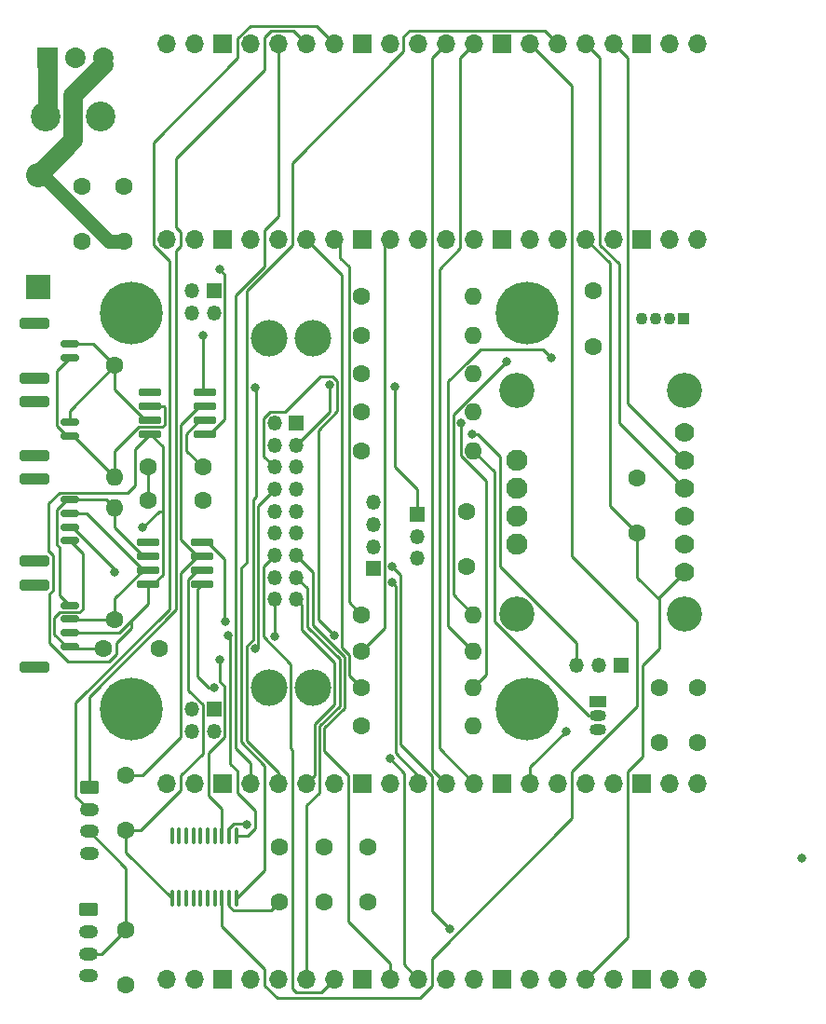
<source format=gbr>
%TF.GenerationSoftware,KiCad,Pcbnew,7.0.7*%
%TF.CreationDate,2024-02-01T11:26:10-05:00*%
%TF.ProjectId,ROSE-PILK_v1,524f5345-2d50-4494-9c4b-5f76312e6b69,rev?*%
%TF.SameCoordinates,Original*%
%TF.FileFunction,Copper,L1,Top*%
%TF.FilePolarity,Positive*%
%FSLAX46Y46*%
G04 Gerber Fmt 4.6, Leading zero omitted, Abs format (unit mm)*
G04 Created by KiCad (PCBNEW 7.0.7) date 2024-02-01 11:26:11*
%MOMM*%
%LPD*%
G01*
G04 APERTURE LIST*
G04 Aperture macros list*
%AMRoundRect*
0 Rectangle with rounded corners*
0 $1 Rounding radius*
0 $2 $3 $4 $5 $6 $7 $8 $9 X,Y pos of 4 corners*
0 Add a 4 corners polygon primitive as box body*
4,1,4,$2,$3,$4,$5,$6,$7,$8,$9,$2,$3,0*
0 Add four circle primitives for the rounded corners*
1,1,$1+$1,$2,$3*
1,1,$1+$1,$4,$5*
1,1,$1+$1,$6,$7*
1,1,$1+$1,$8,$9*
0 Add four rect primitives between the rounded corners*
20,1,$1+$1,$2,$3,$4,$5,0*
20,1,$1+$1,$4,$5,$6,$7,0*
20,1,$1+$1,$6,$7,$8,$9,0*
20,1,$1+$1,$8,$9,$2,$3,0*%
G04 Aperture macros list end*
%TA.AperFunction,ComponentPad*%
%ADD10RoundRect,0.250000X-0.625000X0.350000X-0.625000X-0.350000X0.625000X-0.350000X0.625000X0.350000X0*%
%TD*%
%TA.AperFunction,ComponentPad*%
%ADD11O,1.750000X1.200000*%
%TD*%
%TA.AperFunction,ComponentPad*%
%ADD12R,1.350000X1.350000*%
%TD*%
%TA.AperFunction,ComponentPad*%
%ADD13O,1.350000X1.350000*%
%TD*%
%TA.AperFunction,ComponentPad*%
%ADD14C,1.600000*%
%TD*%
%TA.AperFunction,ComponentPad*%
%ADD15C,1.778000*%
%TD*%
%TA.AperFunction,ComponentPad*%
%ADD16C,1.930400*%
%TD*%
%TA.AperFunction,ComponentPad*%
%ADD17C,3.200000*%
%TD*%
%TA.AperFunction,ComponentPad*%
%ADD18R,1.860000X1.860000*%
%TD*%
%TA.AperFunction,ComponentPad*%
%ADD19C,1.860000*%
%TD*%
%TA.AperFunction,ComponentPad*%
%ADD20R,2.200000X2.200000*%
%TD*%
%TA.AperFunction,ComponentPad*%
%ADD21O,2.200000X2.200000*%
%TD*%
%TA.AperFunction,ComponentPad*%
%ADD22C,2.700000*%
%TD*%
%TA.AperFunction,ComponentPad*%
%ADD23C,3.320000*%
%TD*%
%TA.AperFunction,SMDPad,CuDef*%
%ADD24RoundRect,0.042000X0.943000X0.258000X-0.943000X0.258000X-0.943000X-0.258000X0.943000X-0.258000X0*%
%TD*%
%TA.AperFunction,ComponentPad*%
%ADD25C,5.700000*%
%TD*%
%TA.AperFunction,ComponentPad*%
%ADD26O,1.600000X1.600000*%
%TD*%
%TA.AperFunction,ComponentPad*%
%ADD27O,1.700000X1.700000*%
%TD*%
%TA.AperFunction,ComponentPad*%
%ADD28R,1.700000X1.700000*%
%TD*%
%TA.AperFunction,ComponentPad*%
%ADD29R,1.100000X1.100000*%
%TD*%
%TA.AperFunction,ComponentPad*%
%ADD30C,1.100000*%
%TD*%
%TA.AperFunction,SMDPad,CuDef*%
%ADD31RoundRect,0.100000X-0.100000X0.637500X-0.100000X-0.637500X0.100000X-0.637500X0.100000X0.637500X0*%
%TD*%
%TA.AperFunction,SMDPad,CuDef*%
%ADD32RoundRect,0.150000X-0.700000X0.150000X-0.700000X-0.150000X0.700000X-0.150000X0.700000X0.150000X0*%
%TD*%
%TA.AperFunction,SMDPad,CuDef*%
%ADD33RoundRect,0.250000X-1.100000X0.250000X-1.100000X-0.250000X1.100000X-0.250000X1.100000X0.250000X0*%
%TD*%
%TA.AperFunction,ComponentPad*%
%ADD34R,1.500000X1.050000*%
%TD*%
%TA.AperFunction,ComponentPad*%
%ADD35O,1.500000X1.050000*%
%TD*%
%TA.AperFunction,ViaPad*%
%ADD36C,0.800000*%
%TD*%
%TA.AperFunction,Conductor*%
%ADD37C,0.250000*%
%TD*%
%TA.AperFunction,Conductor*%
%ADD38C,1.750000*%
%TD*%
%TA.AperFunction,Conductor*%
%ADD39C,1.250000*%
%TD*%
%TA.AperFunction,Conductor*%
%ADD40C,1.500000*%
%TD*%
G04 APERTURE END LIST*
D10*
%TO.P,J7,1,Pin_1*%
%TO.N,/QUADB1*%
X155100000Y-136200000D03*
D11*
%TO.P,J7,2,Pin_2*%
%TO.N,/QUADA1*%
X155100000Y-138200000D03*
%TO.P,J7,3,Pin_3*%
%TO.N,/3V3*%
X155100000Y-140200000D03*
%TO.P,J7,4,Pin_4*%
%TO.N,/GND*%
X155100000Y-142200000D03*
%TD*%
D12*
%TO.P,J13,1,Pin_1*%
%TO.N,/5V*%
X166500000Y-118000000D03*
D13*
%TO.P,J13,2,Pin_2*%
X164500000Y-118000000D03*
%TO.P,J13,3,Pin_3*%
X166500000Y-120000000D03*
%TO.P,J13,4,Pin_4*%
X164500000Y-120000000D03*
%TD*%
D14*
%TO.P,CAN2,1*%
%TO.N,/3V3*%
X160500000Y-99000000D03*
%TO.P,CAN2,2*%
%TO.N,/GND*%
X165500000Y-99000000D03*
%TD*%
%TO.P,JETSON1V8,1*%
%TO.N,/GND*%
X176500000Y-135500000D03*
%TO.P,JETSON1V8,2*%
%TO.N,Net-(J1-Pin_4)*%
X176500000Y-130500000D03*
%TD*%
D15*
%TO.P,IMU,1*%
%TO.N,/3V3*%
X209307500Y-105537500D03*
D16*
%TO.N,/INT*%
X194067501Y-102997500D03*
D15*
%TO.P,IMU,2*%
%TO.N,N/C*%
X209307501Y-102997500D03*
D16*
%TO.N,/ADR*%
X194067501Y-100457500D03*
D15*
%TO.P,IMU,3*%
%TO.N,/GND*%
X209307501Y-100457500D03*
D16*
%TO.N,/PS0*%
X194067501Y-97917500D03*
D15*
%TO.P,IMU,4*%
%TO.N,/IMU_SCL*%
X209307501Y-97917500D03*
D16*
%TO.N,/PS1*%
X194067501Y-95377500D03*
D15*
%TO.P,IMU,5*%
%TO.N,/IMU_SDA*%
X209307501Y-95377500D03*
%TO.P,IMU,6*%
%TO.N,/IMU_RST*%
X209307501Y-92837500D03*
D17*
%TO.P,IMU,P$1*%
%TO.N,N/C*%
X194067501Y-109347500D03*
X209307501Y-109347500D03*
X194067501Y-89027500D03*
X209307501Y-89027500D03*
%TD*%
D18*
%TO.P,Q1,1,IN*%
%TO.N,Net-(Q1-IN)*%
X151420000Y-58800000D03*
D19*
%TO.P,Q1,2,GND*%
%TO.N,/GND*%
X153960000Y-58800000D03*
%TO.P,Q1,3,OUT*%
%TO.N,Net-(D17-A)*%
X156500000Y-58800000D03*
%TD*%
D20*
%TO.P,D17,1,K*%
%TO.N,/5V*%
X150500000Y-79580000D03*
D21*
%TO.P,D17,2,A*%
%TO.N,Net-(D17-A)*%
X150500000Y-69420000D03*
%TD*%
D22*
%TO.P,U4,P$2,-*%
%TO.N,/GND*%
X156200000Y-64100000D03*
%TO.P,U4,P$1,+*%
%TO.N,Net-(Q1-IN)*%
X151200000Y-64100000D03*
%TD*%
D23*
%TO.P,SW2,1,1*%
%TO.N,Net-(U6-RUN)*%
X171500000Y-116000000D03*
%TO.P,SW2,2,2*%
%TO.N,/GND*%
X175500000Y-116000000D03*
%TD*%
D24*
%TO.P,U7,1,D*%
%TO.N,/CAN2_TX*%
X165470000Y-106605000D03*
%TO.P,U7,2,GND*%
%TO.N,/GND*%
X165470000Y-105335000D03*
%TO.P,U7,3,VCC*%
%TO.N,/3V3*%
X165470000Y-104065000D03*
%TO.P,U7,4,R*%
%TO.N,/CAN2_RX*%
X165470000Y-102795000D03*
%TO.P,U7,5,VREF*%
%TO.N,unconnected-(U7-VREF-Pad5)*%
X160530000Y-102795000D03*
%TO.P,U7,6,CANL*%
%TO.N,Net-(J4-Pin_1)*%
X160530000Y-104065000D03*
%TO.P,U7,7,CANH*%
%TO.N,Net-(J4-Pin_2)*%
X160530000Y-105335000D03*
%TO.P,U7,8,RS*%
%TO.N,/GND*%
X160530000Y-106605000D03*
%TD*%
D14*
%TO.P,CAN1,1*%
%TO.N,/3V3*%
X160500000Y-96000000D03*
%TO.P,CAN1,2*%
%TO.N,/GND*%
X165500000Y-96000000D03*
%TD*%
D25*
%TO.P,REF\u002A\u002A,1*%
%TO.N,N/C*%
X159000000Y-118000000D03*
%TD*%
D14*
%TO.P,R33,1*%
%TO.N,Net-(J4-Pin_2)*%
X157500000Y-109880000D03*
D26*
%TO.P,R33,2*%
%TO.N,Net-(J4-Pin_1)*%
X157500000Y-99720000D03*
%TD*%
D12*
%TO.P,J1,1,Pin_1*%
%TO.N,/GND*%
X181000000Y-105200000D03*
D13*
%TO.P,J1,2,Pin_2*%
%TO.N,Net-(J1-Pin_2)*%
X181000000Y-103200000D03*
%TO.P,J1,3,Pin_3*%
%TO.N,Net-(J1-Pin_3)*%
X181000000Y-101200000D03*
%TO.P,J1,4,Pin_4*%
%TO.N,Net-(J1-Pin_4)*%
X181000000Y-99200000D03*
%TD*%
D14*
%TO.P,IMUC13,1*%
%TO.N,/3V3*%
X205000000Y-102000000D03*
%TO.P,IMUC13,2*%
%TO.N,/GND*%
X205000000Y-97000000D03*
%TD*%
D27*
%TO.P,U6,1,GPIO0*%
%TO.N,/B0*%
X210500000Y-124720000D03*
%TO.P,U6,2,GPIO1*%
%TO.N,/DR16_TX*%
X207960000Y-124720000D03*
D28*
%TO.P,U6,3,GND*%
%TO.N,/GND*%
X205420000Y-124720000D03*
D27*
%TO.P,U6,4,GPIO2*%
%TO.N,/B2*%
X202880000Y-124720000D03*
%TO.P,U6,5,GPIO3*%
%TO.N,/B3*%
X200340000Y-124720000D03*
%TO.P,U6,6,GPIO4*%
%TO.N,/B4*%
X197800000Y-124720000D03*
%TO.P,U6,7,GPIO5*%
%TO.N,/B5*%
X195260000Y-124720000D03*
D28*
%TO.P,U6,8,GND*%
%TO.N,/GND*%
X192720000Y-124720000D03*
D27*
%TO.P,U6,9,GPIO6*%
%TO.N,/CAN1_RX*%
X190180000Y-124720000D03*
%TO.P,U6,10,GPIO7*%
%TO.N,/CAN1_TX*%
X187640000Y-124720000D03*
%TO.P,U6,11,GPIO8*%
%TO.N,/CAN2_RX*%
X185100000Y-124720000D03*
%TO.P,U6,12,GPIO9*%
%TO.N,/CAN2_TX*%
X182560000Y-124720000D03*
D28*
%TO.P,U6,13,GND*%
%TO.N,/GND*%
X180020000Y-124720000D03*
D27*
%TO.P,U6,14,GPIO10*%
%TO.N,/B10*%
X177480000Y-124720000D03*
%TO.P,U6,15,GPIO11*%
%TO.N,/B11*%
X174940000Y-124720000D03*
%TO.P,U6,16,GPIO12*%
%TO.N,/P2P_2*%
X172400000Y-124720000D03*
%TO.P,U6,17,GPIO13*%
%TO.N,/P2P_1*%
X169860000Y-124720000D03*
D28*
%TO.P,U6,18,GND*%
%TO.N,/GND*%
X167320000Y-124720000D03*
D27*
%TO.P,U6,19,GPIO14*%
%TO.N,/B14*%
X164780000Y-124720000D03*
%TO.P,U6,20,GPIO15*%
%TO.N,unconnected-(U6-GPIO15-Pad20)*%
X162240000Y-124720000D03*
%TO.P,U6,21,GPIO16*%
%TO.N,unconnected-(U6-GPIO16-Pad21)*%
X162240000Y-142500000D03*
%TO.P,U6,22,GPIO17*%
%TO.N,unconnected-(U6-GPIO17-Pad22)*%
X164780000Y-142500000D03*
D28*
%TO.P,U6,23,GND*%
%TO.N,/GND*%
X167320000Y-142500000D03*
D27*
%TO.P,U6,24,GPIO18*%
%TO.N,unconnected-(U6-GPIO18-Pad24)*%
X169860000Y-142500000D03*
%TO.P,U6,25,GPIO19*%
%TO.N,unconnected-(U6-GPIO19-Pad25)*%
X172400000Y-142500000D03*
%TO.P,U6,26,GPIO20*%
%TO.N,/B20*%
X174940000Y-142500000D03*
%TO.P,U6,27,GPIO21*%
%TO.N,/B21*%
X177480000Y-142500000D03*
D28*
%TO.P,U6,28,GND*%
%TO.N,/GND*%
X180020000Y-142500000D03*
D27*
%TO.P,U6,29,GPIO22*%
%TO.N,/B22*%
X182560000Y-142500000D03*
%TO.P,U6,30,RUN*%
%TO.N,Net-(U6-RUN)*%
X185100000Y-142500000D03*
%TO.P,U6,31,GPIO26_ADC0*%
%TO.N,/B26*%
X187640000Y-142500000D03*
%TO.P,U6,32,GPIO27_ADC1*%
%TO.N,/B27*%
X190180000Y-142500000D03*
D28*
%TO.P,U6,33,AGND*%
%TO.N,/GND*%
X192720000Y-142500000D03*
D27*
%TO.P,U6,34,GPIO28_ADC2*%
%TO.N,/B28*%
X195260000Y-142500000D03*
%TO.P,U6,35,ADC_VREF*%
%TO.N,unconnected-(U6-ADC_VREF-Pad35)*%
X197800000Y-142500000D03*
%TO.P,U6,36,3V3*%
%TO.N,/3V3*%
X200340000Y-142500000D03*
%TO.P,U6,37,3V3_EN*%
%TO.N,unconnected-(U6-3V3_EN-Pad37)*%
X202880000Y-142500000D03*
D28*
%TO.P,U6,38,GND*%
%TO.N,/GND*%
X205420000Y-142500000D03*
D27*
%TO.P,U6,39,VSYS*%
%TO.N,/5V*%
X207960000Y-142500000D03*
%TO.P,U6,40,VBUS*%
%TO.N,unconnected-(U6-VBUS-Pad40)*%
X210500000Y-142500000D03*
%TD*%
D14*
%TO.P,C3,1*%
%TO.N,Net-(D17-A)*%
X158300000Y-75500000D03*
%TO.P,C3,2*%
%TO.N,/GND*%
X158300000Y-70500000D03*
%TD*%
D27*
%TO.P,U1,1,GPIO0*%
%TO.N,/A0*%
X210500000Y-57500000D03*
%TO.P,U1,2,GPIO1*%
%TO.N,/A1*%
X207960000Y-57500000D03*
D28*
%TO.P,U1,3,GND*%
%TO.N,/GND*%
X205420000Y-57500000D03*
D27*
%TO.P,U1,4,GPIO2*%
%TO.N,/IMU_SDA*%
X202880000Y-57500000D03*
%TO.P,U1,5,GPIO3*%
%TO.N,/IMU_SCL*%
X200340000Y-57500000D03*
%TO.P,U1,6,GPIO4*%
%TO.N,/JETSON_rx*%
X197800000Y-57500000D03*
%TO.P,U1,7,GPIO5*%
%TO.N,/JETSON_tx*%
X195260000Y-57500000D03*
D28*
%TO.P,U1,8,GND*%
%TO.N,/GND*%
X192720000Y-57500000D03*
D27*
%TO.P,U1,9,GPIO6*%
%TO.N,/CAN1_RX*%
X190180000Y-57500000D03*
%TO.P,U1,10,GPIO7*%
%TO.N,/CAN1_TX*%
X187640000Y-57500000D03*
%TO.P,U1,11,GPIO8*%
%TO.N,/QUADA1*%
X185100000Y-57500000D03*
%TO.P,U1,12,GPIO9*%
%TO.N,/QUADB1*%
X182560000Y-57500000D03*
D28*
%TO.P,U1,13,GND*%
%TO.N,/GND*%
X180020000Y-57500000D03*
D27*
%TO.P,U1,14,GPIO10*%
%TO.N,/QUADA2*%
X177480000Y-57500000D03*
%TO.P,U1,15,GPIO11*%
%TO.N,/QUADB2*%
X174940000Y-57500000D03*
%TO.P,U1,16,GPIO12*%
%TO.N,/P2P_1*%
X172400000Y-57500000D03*
%TO.P,U1,17,GPIO13*%
%TO.N,/P2P_2*%
X169860000Y-57500000D03*
D28*
%TO.P,U1,18,GND*%
%TO.N,/GND*%
X167320000Y-57500000D03*
D27*
%TO.P,U1,19,GPIO14*%
%TO.N,/SERVO*%
X164780000Y-57500000D03*
%TO.P,U1,20,GPIO15*%
%TO.N,unconnected-(U1-GPIO15-Pad20)*%
X162240000Y-57500000D03*
%TO.P,U1,21,GPIO16*%
%TO.N,unconnected-(U1-GPIO16-Pad21)*%
X162240000Y-75280000D03*
%TO.P,U1,22,GPIO17*%
%TO.N,unconnected-(U1-GPIO17-Pad22)*%
X164780000Y-75280000D03*
D28*
%TO.P,U1,23,GND*%
%TO.N,/GND*%
X167320000Y-75280000D03*
D27*
%TO.P,U1,24,GPIO18*%
%TO.N,unconnected-(U1-GPIO18-Pad24)*%
X169860000Y-75280000D03*
%TO.P,U1,25,GPIO19*%
%TO.N,unconnected-(U1-GPIO19-Pad25)*%
X172400000Y-75280000D03*
%TO.P,U1,26,GPIO20*%
%TO.N,/LEDR*%
X174940000Y-75280000D03*
%TO.P,U1,27,GPIO21*%
%TO.N,/LEDG*%
X177480000Y-75280000D03*
D28*
%TO.P,U1,28,GND*%
%TO.N,/GND*%
X180020000Y-75280000D03*
D27*
%TO.P,U1,29,GPIO22*%
%TO.N,/LEDB*%
X182560000Y-75280000D03*
%TO.P,U1,30,RUN*%
%TO.N,Net-(U1-RUN)*%
X185100000Y-75280000D03*
%TO.P,U1,31,GPIO26_ADC0*%
%TO.N,/A26*%
X187640000Y-75280000D03*
%TO.P,U1,32,GPIO27_ADC1*%
%TO.N,/A27*%
X190180000Y-75280000D03*
D28*
%TO.P,U1,33,AGND*%
%TO.N,/GND*%
X192720000Y-75280000D03*
D27*
%TO.P,U1,34,GPIO28_ADC2*%
%TO.N,/IMU_RST*%
X195260000Y-75280000D03*
%TO.P,U1,35,ADC_VREF*%
%TO.N,unconnected-(U1-ADC_VREF-Pad35)*%
X197800000Y-75280000D03*
%TO.P,U1,36,3V3*%
%TO.N,/3V3*%
X200340000Y-75280000D03*
%TO.P,U1,37,3V3_EN*%
%TO.N,unconnected-(U1-3V3_EN-Pad37)*%
X202880000Y-75280000D03*
D28*
%TO.P,U1,38,GND*%
%TO.N,/GND*%
X205420000Y-75280000D03*
D27*
%TO.P,U1,39,VSYS*%
%TO.N,/5V*%
X207960000Y-75280000D03*
%TO.P,U1,40,VBUS*%
%TO.N,unconnected-(U1-VBUS-Pad40)*%
X210500000Y-75280000D03*
%TD*%
D14*
%TO.P,PICOU1,1*%
%TO.N,/5V*%
X201000000Y-85000000D03*
%TO.P,PICOU1,2*%
%TO.N,/GND*%
X201000000Y-80000000D03*
%TD*%
D29*
%TO.P,D16,1*%
%TO.N,Net-(D16-Pad1)*%
X209170000Y-82500000D03*
D30*
%TO.P,D16,2*%
%TO.N,/GND*%
X207900000Y-82500000D03*
%TO.P,D16,3*%
%TO.N,Net-(D16-Pad3)*%
X206630000Y-82500000D03*
%TO.P,D16,4*%
%TO.N,Net-(D16-Pad4)*%
X205360000Y-82500000D03*
%TD*%
D31*
%TO.P,U2,1,A1*%
%TO.N,Net-(J1-Pin_3)*%
X168550000Y-129475000D03*
%TO.P,U2,2,VCCA*%
%TO.N,Net-(J1-Pin_4)*%
X167900000Y-129475000D03*
%TO.P,U2,3,A2*%
%TO.N,Net-(J1-Pin_2)*%
X167250000Y-129475000D03*
%TO.P,U2,4,A3*%
%TO.N,unconnected-(U2-A3-Pad4)*%
X166600000Y-129475000D03*
%TO.P,U2,5,A4*%
%TO.N,unconnected-(U2-A4-Pad5)*%
X165950000Y-129475000D03*
%TO.P,U2,6,A5*%
%TO.N,unconnected-(U2-A5-Pad6)*%
X165300000Y-129475000D03*
%TO.P,U2,7,A6*%
%TO.N,unconnected-(U2-A6-Pad7)*%
X164650000Y-129475000D03*
%TO.P,U2,8,A7*%
%TO.N,unconnected-(U2-A7-Pad8)*%
X164000000Y-129475000D03*
%TO.P,U2,9,A8*%
%TO.N,unconnected-(U2-A8-Pad9)*%
X163350000Y-129475000D03*
%TO.P,U2,10,OE*%
%TO.N,unconnected-(U2-OE-Pad10)*%
X162700000Y-129475000D03*
%TO.P,U2,11,GND*%
%TO.N,/GND*%
X162700000Y-135200000D03*
%TO.P,U2,12,B8*%
%TO.N,unconnected-(U2-B8-Pad12)*%
X163350000Y-135200000D03*
%TO.P,U2,13,B7*%
%TO.N,unconnected-(U2-B7-Pad13)*%
X164000000Y-135200000D03*
%TO.P,U2,14,B6*%
%TO.N,unconnected-(U2-B6-Pad14)*%
X164650000Y-135200000D03*
%TO.P,U2,15,B5*%
%TO.N,unconnected-(U2-B5-Pad15)*%
X165300000Y-135200000D03*
%TO.P,U2,16,B4*%
%TO.N,unconnected-(U2-B4-Pad16)*%
X165950000Y-135200000D03*
%TO.P,U2,17,B3*%
%TO.N,unconnected-(U2-B3-Pad17)*%
X166600000Y-135200000D03*
%TO.P,U2,18,B2*%
%TO.N,/JETSON_tx*%
X167250000Y-135200000D03*
%TO.P,U2,19,VCCB*%
%TO.N,/3V3*%
X167900000Y-135200000D03*
%TO.P,U2,20,B1*%
%TO.N,/JETSON_rx*%
X168550000Y-135200000D03*
%TD*%
D14*
%TO.P,C2,1*%
%TO.N,Net-(Q1-IN)*%
X154500000Y-75500000D03*
%TO.P,C2,2*%
%TO.N,/GND*%
X154500000Y-70500000D03*
%TD*%
D32*
%TO.P,J6,1,Pin_1*%
%TO.N,Net-(J4-Pin_1)*%
X153400000Y-98925000D03*
%TO.P,J6,2,Pin_2*%
%TO.N,Net-(J4-Pin_2)*%
X153400000Y-100175000D03*
%TO.P,J6,3,Pin_3*%
%TO.N,/GND*%
X153400000Y-101425000D03*
%TO.P,J6,4,Pin_4*%
%TO.N,/5V*%
X153400000Y-102675000D03*
D33*
%TO.P,J6,MP*%
%TO.N,N/C*%
X150200000Y-97075000D03*
X150200000Y-104525000D03*
%TD*%
D14*
%TO.P,R5,1*%
%TO.N,/GPIO1-A*%
X179920000Y-80500000D03*
D26*
%TO.P,R5,2*%
%TO.N,/GPIO0-B*%
X190080000Y-80500000D03*
%TD*%
D14*
%TO.P,QUAD2,1*%
%TO.N,/3V3*%
X158500000Y-138000000D03*
%TO.P,QUAD2,2*%
%TO.N,/GND*%
X158500000Y-143000000D03*
%TD*%
%TO.P,R30,1*%
%TO.N,Net-(J2-Pin_3)*%
X179920000Y-94500000D03*
D26*
%TO.P,R30,2*%
%TO.N,Net-(Q3-B)*%
X190080000Y-94500000D03*
%TD*%
D32*
%TO.P,J5,1,Pin_1*%
%TO.N,Net-(J3-Pin_1)*%
X153400000Y-91875000D03*
%TO.P,J5,2,Pin_2*%
%TO.N,Net-(J3-Pin_2)*%
X153400000Y-93125000D03*
D33*
%TO.P,J5,MP*%
%TO.N,N/C*%
X150200000Y-90025000D03*
X150200000Y-94975000D03*
%TD*%
D14*
%TO.P,R1,1*%
%TO.N,/LEDG*%
X179920000Y-109400000D03*
D26*
%TO.P,R1,2*%
%TO.N,Net-(D16-Pad4)*%
X190080000Y-109400000D03*
%TD*%
D12*
%TO.P,J10,1,Pin_1*%
%TO.N,/A0*%
X174000000Y-92000000D03*
D13*
%TO.P,J10,2,Pin_2*%
%TO.N,/A1*%
X172000000Y-92000000D03*
%TO.P,J10,3,Pin_3*%
%TO.N,/A26*%
X174000000Y-94000000D03*
%TO.P,J10,4,Pin_4*%
%TO.N,/A27*%
X172000000Y-94000000D03*
%TO.P,J10,5,Pin_5*%
%TO.N,/B0*%
X174000000Y-96000000D03*
%TO.P,J10,6,Pin_6*%
%TO.N,/B2*%
X172000000Y-96000000D03*
%TO.P,J10,7,Pin_7*%
%TO.N,/B3*%
X174000000Y-98000000D03*
%TO.P,J10,8,Pin_8*%
%TO.N,/B4*%
X172000000Y-98000000D03*
%TO.P,J10,9,Pin_9*%
%TO.N,/B5*%
X174000000Y-100000000D03*
%TO.P,J10,10,Pin_10*%
%TO.N,/B28*%
X172000000Y-100000000D03*
%TO.P,J10,11,Pin_11*%
%TO.N,/B27*%
X174000000Y-102000000D03*
%TO.P,J10,12,Pin_12*%
%TO.N,/B26*%
X172000000Y-102000000D03*
%TO.P,J10,13,Pin_13*%
%TO.N,/B22*%
X174000000Y-104000000D03*
%TO.P,J10,14,Pin_14*%
%TO.N,/B21*%
X172000000Y-104000000D03*
%TO.P,J10,15,Pin_15*%
%TO.N,/B20*%
X174000000Y-106000000D03*
%TO.P,J10,16,Pin_16*%
%TO.N,/B14*%
X172000000Y-106000000D03*
%TO.P,J10,17,Pin_17*%
%TO.N,/B11*%
X174000000Y-108000000D03*
%TO.P,J10,18,Pin_18*%
%TO.N,/B10*%
X172000000Y-108000000D03*
%TD*%
D32*
%TO.P,J4,1,Pin_1*%
%TO.N,Net-(J4-Pin_1)*%
X153400000Y-108550000D03*
%TO.P,J4,2,Pin_2*%
%TO.N,Net-(J4-Pin_2)*%
X153400000Y-109800000D03*
%TO.P,J4,3,Pin_3*%
%TO.N,/GND*%
X153400000Y-111050000D03*
%TO.P,J4,4,Pin_4*%
%TO.N,/5V*%
X153400000Y-112300000D03*
D33*
%TO.P,J4,MP*%
%TO.N,N/C*%
X150200000Y-106700000D03*
X150200000Y-114150000D03*
%TD*%
D14*
%TO.P,JETSON3V3,1*%
%TO.N,/3V3*%
X172500000Y-135500000D03*
%TO.P,JETSON3V3,2*%
%TO.N,/GND*%
X172500000Y-130500000D03*
%TD*%
D32*
%TO.P,J3,1,Pin_1*%
%TO.N,Net-(J3-Pin_1)*%
X153400000Y-84775000D03*
%TO.P,J3,2,Pin_2*%
%TO.N,Net-(J3-Pin_2)*%
X153400000Y-86025000D03*
D33*
%TO.P,J3,MP*%
%TO.N,N/C*%
X150200000Y-82925000D03*
X150200000Y-87875000D03*
%TD*%
D14*
%TO.P,JETSONGND1,1*%
%TO.N,/GND*%
X180500000Y-135500000D03*
%TO.P,JETSONGND1,2*%
X180500000Y-130500000D03*
%TD*%
%TO.P,R10,1*%
%TO.N,/RP2040-Connect/GPIO0-A*%
X179920000Y-91000000D03*
D26*
%TO.P,R10,2*%
%TO.N,/RP2040-Connect/GPIO1-B*%
X190080000Y-91000000D03*
%TD*%
D12*
%TO.P,J2,1,Pin_1*%
%TO.N,/GND*%
X203500000Y-114000000D03*
D13*
%TO.P,J2,2,Pin_2*%
%TO.N,/5V*%
X201500000Y-114000000D03*
%TO.P,J2,3,Pin_3*%
%TO.N,Net-(J2-Pin_3)*%
X199500000Y-114000000D03*
%TD*%
D10*
%TO.P,J11,1,Pin_1*%
%TO.N,/QUADB2*%
X155150000Y-125100000D03*
D11*
%TO.P,J11,2,Pin_2*%
%TO.N,/QUADA2*%
X155150000Y-127100000D03*
%TO.P,J11,3,Pin_3*%
%TO.N,/3V3*%
X155150000Y-129100000D03*
%TO.P,J11,4,Pin_4*%
%TO.N,/GND*%
X155150000Y-131100000D03*
%TD*%
D14*
%TO.P,R31,1*%
%TO.N,/3V3*%
X179920000Y-119500000D03*
D26*
%TO.P,R31,2*%
%TO.N,/DR16_TX*%
X190080000Y-119500000D03*
%TD*%
D14*
%TO.P,R2,1*%
%TO.N,/LEDB*%
X179940000Y-112700000D03*
D26*
%TO.P,R2,2*%
%TO.N,Net-(D16-Pad3)*%
X190100000Y-112700000D03*
%TD*%
D14*
%TO.P,SERVO1,1*%
%TO.N,/GND*%
X189500000Y-105000000D03*
%TO.P,SERVO1,2*%
%TO.N,/5V*%
X189500000Y-100000000D03*
%TD*%
D12*
%TO.P,J9,1,Pin_1*%
%TO.N,/SERVO*%
X185000000Y-100300000D03*
D13*
%TO.P,J9,2,Pin_2*%
%TO.N,/5V*%
X185000000Y-102300000D03*
%TO.P,J9,3,Pin_3*%
%TO.N,/GND*%
X185000000Y-104300000D03*
%TD*%
D25*
%TO.P,MountingHole3,1*%
%TO.N,N/C*%
X195000000Y-82000000D03*
%TD*%
%TO.P,MountingHole2,1*%
%TO.N,N/C*%
X195000000Y-118000000D03*
%TD*%
D34*
%TO.P,Q3,1,E*%
%TO.N,/GND*%
X201440000Y-117330000D03*
D35*
%TO.P,Q3,2,B*%
%TO.N,Net-(Q3-B)*%
X201440000Y-118600000D03*
%TO.P,Q3,3,C*%
%TO.N,/DR16_TX*%
X201440000Y-119870000D03*
%TD*%
D14*
%TO.P,PICOU6,1*%
%TO.N,/5V*%
X207000000Y-116000000D03*
%TO.P,PICOU6,2*%
%TO.N,/GND*%
X207000000Y-121000000D03*
%TD*%
D25*
%TO.P,MountingHole1,1*%
%TO.N,N/C*%
X159000000Y-82000000D03*
%TD*%
D14*
%TO.P,R20,1*%
%TO.N,/RP2040-Connect/GPIO1-A*%
X179920000Y-87500000D03*
D26*
%TO.P,R20,2*%
%TO.N,/RP2040-Connect/GPIO0-B*%
X190080000Y-87500000D03*
%TD*%
D24*
%TO.P,U5,1,D*%
%TO.N,/CAN1_TX*%
X165670000Y-93005000D03*
%TO.P,U5,2,GND*%
%TO.N,/GND*%
X165670000Y-91735000D03*
%TO.P,U5,3,VCC*%
%TO.N,/3V3*%
X165670000Y-90465000D03*
%TO.P,U5,4,R*%
%TO.N,/CAN1_RX*%
X165670000Y-89195000D03*
%TO.P,U5,5,VREF*%
%TO.N,unconnected-(U5-VREF-Pad5)*%
X160730000Y-89195000D03*
%TO.P,U5,6,CANL*%
%TO.N,Net-(J3-Pin_2)*%
X160730000Y-90465000D03*
%TO.P,U5,7,CANH*%
%TO.N,Net-(J3-Pin_1)*%
X160730000Y-91735000D03*
%TO.P,U5,8,RS*%
%TO.N,/GND*%
X160730000Y-93005000D03*
%TD*%
D14*
%TO.P,R32,1*%
%TO.N,Net-(J3-Pin_1)*%
X157500000Y-86740000D03*
D26*
%TO.P,R32,2*%
%TO.N,Net-(J3-Pin_2)*%
X157500000Y-96900000D03*
%TD*%
D23*
%TO.P,SW1,1,1*%
%TO.N,Net-(U1-RUN)*%
X171500000Y-84300000D03*
%TO.P,SW1,2,2*%
%TO.N,/GND*%
X175500000Y-84300000D03*
%TD*%
D14*
%TO.P,R3,1*%
%TO.N,/LEDR*%
X179920000Y-116000000D03*
D26*
%TO.P,R3,2*%
%TO.N,Net-(D16-Pad1)*%
X190080000Y-116000000D03*
%TD*%
D12*
%TO.P,J12,1,Pin_1*%
%TO.N,/GND*%
X166500000Y-80000000D03*
D13*
%TO.P,J12,2,Pin_2*%
X164500000Y-80000000D03*
%TO.P,J12,3,Pin_3*%
X166500000Y-82000000D03*
%TO.P,J12,4,Pin_4*%
X164500000Y-82000000D03*
%TD*%
D14*
%TO.P,R4,1*%
%TO.N,/GPIO0-A*%
X179920000Y-84000000D03*
D26*
%TO.P,R4,2*%
%TO.N,/GPIO1-B*%
X190080000Y-84000000D03*
%TD*%
D14*
%TO.P,DR16,1*%
%TO.N,/GND*%
X210500000Y-121000000D03*
%TO.P,DR16,2*%
%TO.N,/5V*%
X210500000Y-116000000D03*
%TD*%
%TO.P,5VCAP1,1*%
%TO.N,/5V*%
X156500000Y-112500000D03*
%TO.P,5VCAP1,2*%
X161500000Y-112500000D03*
%TD*%
%TO.P,QUAD1,1*%
%TO.N,/3V3*%
X158500000Y-124000000D03*
%TO.P,QUAD1,2*%
%TO.N,/GND*%
X158500000Y-129000000D03*
%TD*%
D36*
%TO.N,*%
X220000000Y-131500000D03*
%TO.N,/GND*%
X157500000Y-105500000D03*
X160000000Y-101500000D03*
%TO.N,Net-(J2-Pin_3)*%
X190000000Y-93000000D03*
%TO.N,/CAN1_RX*%
X165500000Y-84000000D03*
%TO.N,/CAN1_TX*%
X167000000Y-78000000D03*
%TO.N,/CAN2_RX*%
X167543449Y-109981150D03*
X182724500Y-106500000D03*
%TO.N,/CAN2_TX*%
X166500000Y-116000000D03*
%TO.N,/A26*%
X177000000Y-88500000D03*
%TO.N,/B27*%
X182724500Y-105000000D03*
X187987701Y-137987701D03*
%TO.N,Net-(D16-Pad4)*%
X193150000Y-86378000D03*
%TO.N,Net-(D16-Pad3)*%
X197200000Y-86050000D03*
%TO.N,Net-(D16-Pad1)*%
X188999500Y-92000000D03*
%TO.N,Net-(J1-Pin_3)*%
X167775500Y-111270000D03*
%TO.N,Net-(J1-Pin_4)*%
X169500000Y-128500000D03*
%TO.N,Net-(J1-Pin_2)*%
X167000000Y-113500000D03*
%TO.N,/SERVO*%
X183000000Y-88700500D03*
%TO.N,Net-(U6-RUN)*%
X182500000Y-122500000D03*
%TO.N,/B2*%
X177450500Y-111290078D03*
%TO.N,/B4*%
X170275500Y-112500000D03*
%TO.N,/B5*%
X198500000Y-120000000D03*
%TO.N,/B10*%
X172012299Y-111387701D03*
%TO.N,/P2P_2*%
X170224500Y-88775500D03*
%TD*%
D37*
%TO.N,/GND*%
X161840000Y-94115000D02*
X161840000Y-100000000D01*
X157500000Y-105253249D02*
X157500000Y-105500000D01*
X161840000Y-100000000D02*
X161840000Y-105745016D01*
X164160000Y-116245786D02*
X165500000Y-117585786D01*
X164000000Y-94500000D02*
X165500000Y-96000000D01*
X157625000Y-111988604D02*
X158985495Y-110628109D01*
X152503249Y-98300000D02*
X151500000Y-99303249D01*
X165470000Y-105335000D02*
X165019984Y-105335000D01*
X157920991Y-111050000D02*
X160530000Y-108440991D01*
X151500000Y-103700000D02*
X151538173Y-103700000D01*
X151538173Y-103700000D02*
X151875000Y-104036827D01*
X164000000Y-92954984D02*
X164000000Y-94500000D01*
X158500000Y-131000000D02*
X158500000Y-129000000D01*
X158985495Y-110628109D02*
X158985495Y-109985495D01*
X156965991Y-113625000D02*
X157625000Y-112965991D01*
X165019984Y-105335000D02*
X164160000Y-106194984D01*
X151500000Y-99303249D02*
X151500000Y-103700000D01*
X160980016Y-106605000D02*
X160530000Y-106605000D01*
X153400000Y-101425000D02*
X153671751Y-101425000D01*
X157625000Y-112965991D02*
X157625000Y-111988604D01*
X151550000Y-107513173D02*
X151550000Y-111971751D01*
X151550000Y-111971751D02*
X153203249Y-113625000D01*
X165219984Y-91735000D02*
X164000000Y-92954984D01*
X159375000Y-94360000D02*
X159375000Y-97625001D01*
X159810000Y-129000000D02*
X158500000Y-129000000D01*
X165670000Y-91735000D02*
X165219984Y-91735000D01*
X153671751Y-101425000D02*
X157500000Y-105253249D01*
X165500000Y-117585786D02*
X165500000Y-122000000D01*
X165500000Y-122000000D02*
X163510000Y-123990000D01*
X151875000Y-107188173D02*
X151550000Y-107513173D01*
X160730000Y-93005000D02*
X159375000Y-94360000D01*
X159375000Y-97625001D02*
X158700001Y-98300000D01*
X151875000Y-104036827D02*
X151875000Y-107188173D01*
X162700000Y-135200000D02*
X158500000Y-131000000D01*
X163510000Y-125300000D02*
X159810000Y-129000000D01*
X160730000Y-93005000D02*
X161840000Y-94115000D01*
X163510000Y-123990000D02*
X163510000Y-125300000D01*
X160530000Y-108440991D02*
X160530000Y-106605000D01*
X161840000Y-100000000D02*
X161500000Y-100000000D01*
X161840000Y-105745016D02*
X160980016Y-106605000D01*
X164160000Y-106194984D02*
X164160000Y-116245786D01*
X158700001Y-98300000D02*
X152503249Y-98300000D01*
X153400000Y-111050000D02*
X157920991Y-111050000D01*
X153203249Y-113625000D02*
X156965991Y-113625000D01*
X161500000Y-100000000D02*
X160000000Y-101500000D01*
%TO.N,/5V*%
X152000000Y-111171751D02*
X153128249Y-112300000D01*
X153128249Y-112300000D02*
X153400000Y-112300000D01*
X153400000Y-102675000D02*
X154575000Y-103850000D01*
X154575000Y-108896751D02*
X154296751Y-109175000D01*
X153600000Y-112500000D02*
X156500000Y-112500000D01*
X152503249Y-109175000D02*
X152000000Y-109678249D01*
X154575000Y-103850000D02*
X154575000Y-108896751D01*
X153400000Y-112300000D02*
X153600000Y-112500000D01*
X154296751Y-109175000D02*
X152503249Y-109175000D01*
X152000000Y-109678249D02*
X152000000Y-111171751D01*
%TO.N,/3V3*%
X207000000Y-112500000D02*
X207000000Y-108000000D01*
X163500000Y-105584984D02*
X163500000Y-120500000D01*
X207000000Y-108000000D02*
X207000000Y-107845000D01*
X205500000Y-114000000D02*
X207000000Y-112500000D01*
X163500000Y-102545016D02*
X163500000Y-92184984D01*
X165019984Y-104065000D02*
X163500000Y-102545016D01*
X163500000Y-120500000D02*
X160000000Y-124000000D01*
X202500000Y-77440000D02*
X200340000Y-75280000D01*
X205000000Y-102000000D02*
X205000000Y-106000000D01*
X172500000Y-135500000D02*
X171700001Y-136299999D01*
X205000000Y-102000000D02*
X202500000Y-99500000D01*
X204140000Y-138700000D02*
X204140000Y-123650000D01*
X158500000Y-138000000D02*
X158500000Y-132450000D01*
X160500000Y-96000000D02*
X160500000Y-99000000D01*
X156300000Y-140200000D02*
X158500000Y-138000000D01*
X168311458Y-136299999D02*
X167900000Y-135888541D01*
X204140000Y-123650000D02*
X205500000Y-122290000D01*
X155100000Y-140200000D02*
X156300000Y-140200000D01*
X165219984Y-90465000D02*
X165670000Y-90465000D01*
X205000000Y-106000000D02*
X207000000Y-108000000D01*
X163500000Y-92184984D02*
X165219984Y-90465000D01*
X171700001Y-136299999D02*
X168311458Y-136299999D01*
X160000000Y-124000000D02*
X158500000Y-124000000D01*
X207000000Y-107845000D02*
X209307500Y-105537500D01*
X167900000Y-135888541D02*
X167900000Y-135200000D01*
X202500000Y-99500000D02*
X202500000Y-77440000D01*
X165470000Y-104065000D02*
X165019984Y-104065000D01*
X200340000Y-142500000D02*
X204140000Y-138700000D01*
X165019984Y-104065000D02*
X163500000Y-105584984D01*
X158500000Y-132450000D02*
X155150000Y-129100000D01*
X205500000Y-122290000D02*
X205500000Y-114000000D01*
%TO.N,Net-(Q1-IN)*%
X151420000Y-63880000D02*
X151200000Y-64100000D01*
D38*
X151420000Y-58800000D02*
X151420000Y-63880000D01*
D37*
%TO.N,Net-(J2-Pin_3)*%
X190500000Y-93000000D02*
X192500000Y-95000000D01*
X190000000Y-93000000D02*
X190500000Y-93000000D01*
X199500000Y-112000000D02*
X199500000Y-114000000D01*
X192500000Y-95000000D02*
X192500000Y-105000000D01*
X192500000Y-105000000D02*
X199500000Y-112000000D01*
%TO.N,Net-(J3-Pin_1)*%
X153400000Y-84775000D02*
X155535000Y-84775000D01*
X155535000Y-84775000D02*
X157500000Y-86740000D01*
X157500000Y-88955016D02*
X160279984Y-91735000D01*
X157500000Y-86740000D02*
X153400000Y-90840000D01*
X157500000Y-86740000D02*
X157500000Y-88955016D01*
X153400000Y-90840000D02*
X153400000Y-91875000D01*
X160279984Y-91735000D02*
X160730000Y-91735000D01*
%TO.N,Net-(J3-Pin_2)*%
X159640000Y-92360000D02*
X161825016Y-92360000D01*
X153725000Y-93125000D02*
X157500000Y-96900000D01*
X157500000Y-96900000D02*
X157500000Y-94500000D01*
X162040000Y-92145016D02*
X162040000Y-90540000D01*
X153400000Y-86025000D02*
X152225000Y-87200000D01*
X153128249Y-93125000D02*
X153400000Y-93125000D01*
X157500000Y-94500000D02*
X159640000Y-92360000D01*
X162040000Y-90540000D02*
X161965000Y-90465000D01*
X152225000Y-87200000D02*
X152225000Y-92221751D01*
X161825016Y-92360000D02*
X162040000Y-92145016D01*
X161965000Y-90465000D02*
X160730000Y-90465000D01*
X153400000Y-93125000D02*
X153725000Y-93125000D01*
X152225000Y-92221751D02*
X153128249Y-93125000D01*
%TO.N,Net-(J4-Pin_1)*%
X157500000Y-101485016D02*
X157500000Y-99720000D01*
X153400000Y-98925000D02*
X153128249Y-98925000D01*
X156705000Y-98925000D02*
X157500000Y-99720000D01*
X152225000Y-103021751D02*
X152500000Y-103296751D01*
X160530000Y-104065000D02*
X160079984Y-104065000D01*
X160079984Y-104065000D02*
X157500000Y-101485016D01*
X152500000Y-103296751D02*
X152500000Y-107650000D01*
X153400000Y-98925000D02*
X156705000Y-98925000D01*
X152225000Y-99828249D02*
X152225000Y-103021751D01*
X153128249Y-98925000D02*
X152225000Y-99828249D01*
X152500000Y-107650000D02*
X153400000Y-108550000D01*
%TO.N,Net-(J4-Pin_2)*%
X160079984Y-105335000D02*
X160530000Y-105335000D01*
X157500000Y-107914984D02*
X160079984Y-105335000D01*
X153400000Y-100175000D02*
X154919984Y-100175000D01*
X157500000Y-109880000D02*
X153480000Y-109880000D01*
X157500000Y-109880000D02*
X157500000Y-107914984D01*
X154919984Y-100175000D02*
X160079984Y-105335000D01*
X153480000Y-109880000D02*
X153400000Y-109800000D01*
%TO.N,Net-(Q3-B)*%
X192000000Y-96420000D02*
X190080000Y-94500000D01*
X200597639Y-118600000D02*
X192000000Y-110002361D01*
X192000000Y-110002361D02*
X192000000Y-96420000D01*
X201440000Y-118600000D02*
X200597639Y-118600000D01*
%TO.N,/CAN1_RX*%
X188900000Y-76100000D02*
X187028198Y-77971802D01*
X188900000Y-58780000D02*
X188900000Y-76100000D01*
X187028198Y-77971802D02*
X187028198Y-121568198D01*
X187028198Y-121568198D02*
X190180000Y-124720000D01*
X165500000Y-84000000D02*
X165500000Y-89025000D01*
X190180000Y-57500000D02*
X188900000Y-58780000D01*
X165500000Y-89025000D02*
X165670000Y-89195000D01*
%TO.N,/CAN1_TX*%
X167500000Y-91625016D02*
X167500000Y-78500000D01*
X167500000Y-78500000D02*
X167000000Y-78000000D01*
X186380000Y-123460000D02*
X186380000Y-58760000D01*
X187640000Y-124720000D02*
X186380000Y-123460000D01*
X165670000Y-93005000D02*
X166120016Y-93005000D01*
X166120016Y-93005000D02*
X167500000Y-91625016D01*
X186380000Y-58760000D02*
X187640000Y-57500000D01*
%TO.N,/CAN2_RX*%
X167543449Y-109981150D02*
X167500000Y-109937701D01*
X167500000Y-109937701D02*
X167500000Y-104374984D01*
X182724500Y-106500000D02*
X183012652Y-106788152D01*
X185100000Y-124074695D02*
X185100000Y-124720000D01*
X165920016Y-102795000D02*
X165470000Y-102795000D01*
X167500000Y-104374984D02*
X165920016Y-102795000D01*
X183012652Y-106788152D02*
X183012652Y-121987347D01*
X183012652Y-121987347D02*
X185100000Y-124074695D01*
%TO.N,/CAN2_TX*%
X165000000Y-107075000D02*
X165000000Y-115000000D01*
X165000000Y-115000000D02*
X166000000Y-116000000D01*
X165470000Y-106605000D02*
X165000000Y-107075000D01*
X166000000Y-116000000D02*
X166500000Y-116000000D01*
%TO.N,/A26*%
X174000000Y-94000000D02*
X177000000Y-91000000D01*
X177000000Y-91000000D02*
X177000000Y-88500000D01*
D38*
%TO.N,Net-(D17-A)*%
X156500000Y-59400000D02*
X153700000Y-62200000D01*
X153700000Y-62200000D02*
X153700000Y-66220000D01*
D39*
X150610000Y-69210000D02*
X150710000Y-69210000D01*
X150710000Y-69210000D02*
X157000000Y-75500000D01*
X158200000Y-75500000D02*
X158410000Y-75290000D01*
D40*
X156500000Y-58800000D02*
X156500000Y-59400000D01*
D38*
X153700000Y-66220000D02*
X150500000Y-69420000D01*
D39*
X157000000Y-75500000D02*
X158200000Y-75500000D01*
D37*
%TO.N,/B27*%
X183500000Y-105775500D02*
X182724500Y-105000000D01*
X186370000Y-136370000D02*
X186370000Y-124100000D01*
X183500000Y-121230000D02*
X183500000Y-105775500D01*
X187987701Y-137987701D02*
X186370000Y-136370000D01*
X186370000Y-124100000D02*
X183500000Y-121230000D01*
%TO.N,Net-(D16-Pad4)*%
X193111009Y-86378000D02*
X188275000Y-91214009D01*
X188275000Y-91214009D02*
X188275000Y-107595000D01*
X193150000Y-86378000D02*
X193111009Y-86378000D01*
X188275000Y-107595000D02*
X190080000Y-109400000D01*
%TO.N,Net-(D16-Pad3)*%
X187825000Y-88164009D02*
X187825000Y-110425000D01*
X187825000Y-110425000D02*
X190100000Y-112700000D01*
X197200000Y-86050000D02*
X196425000Y-85275000D01*
X190714009Y-85275000D02*
X189614009Y-86375000D01*
X196425000Y-85275000D02*
X190714009Y-85275000D01*
X189614009Y-86375000D02*
X187825000Y-88164009D01*
%TO.N,Net-(D16-Pad1)*%
X188955000Y-94965991D02*
X191225000Y-97235991D01*
X188999500Y-92000000D02*
X188725000Y-92000000D01*
X188999500Y-92000000D02*
X188955000Y-92044500D01*
X188955000Y-92044500D02*
X188955000Y-94965991D01*
X191225000Y-97235991D02*
X191225000Y-114855000D01*
X191225000Y-114855000D02*
X190080000Y-116000000D01*
%TO.N,Net-(J1-Pin_3)*%
X168610000Y-123545000D02*
X168610000Y-125610000D01*
X168000000Y-122935000D02*
X168610000Y-123545000D01*
X170225000Y-128800305D02*
X169550305Y-129475000D01*
X168610000Y-125610000D02*
X170225000Y-127225000D01*
X168000000Y-111494500D02*
X168000000Y-122935000D01*
X170225000Y-127225000D02*
X170225000Y-128800305D01*
X169550305Y-129475000D02*
X168550000Y-129475000D01*
X167775500Y-111270000D02*
X168000000Y-111494500D01*
%TO.N,Net-(J1-Pin_4)*%
X167900000Y-128786459D02*
X168273959Y-128412500D01*
X169412500Y-128412500D02*
X169500000Y-128500000D01*
X167900000Y-129475000D02*
X167900000Y-128786459D01*
X168273959Y-128412500D02*
X169412500Y-128412500D01*
%TO.N,Net-(J1-Pin_2)*%
X166060000Y-125810000D02*
X167250000Y-127000000D01*
X166060000Y-121940000D02*
X166060000Y-125810000D01*
X167500000Y-115974695D02*
X167500000Y-120500000D01*
X167000000Y-113500000D02*
X167000000Y-115474695D01*
X167250000Y-127000000D02*
X167250000Y-129475000D01*
X167500000Y-120500000D02*
X166060000Y-121940000D01*
X167000000Y-115474695D02*
X167500000Y-115974695D01*
%TO.N,/LEDG*%
X178000000Y-75800000D02*
X178000000Y-77000000D01*
X178795000Y-108275000D02*
X179920000Y-109400000D01*
X178795000Y-77795000D02*
X178795000Y-108275000D01*
X178000000Y-77000000D02*
X178795000Y-77795000D01*
X177480000Y-75280000D02*
X178000000Y-75800000D01*
%TO.N,/LEDB*%
X179940000Y-112700000D02*
X182000000Y-110640000D01*
X182000000Y-110640000D02*
X182000000Y-75840000D01*
X182000000Y-75840000D02*
X182560000Y-75280000D01*
%TO.N,/LEDR*%
X178835000Y-113062208D02*
X178835000Y-114915000D01*
X178175000Y-112402208D02*
X178835000Y-113062208D01*
X178175000Y-78515000D02*
X178175000Y-112402208D01*
X178835000Y-114915000D02*
X179920000Y-116000000D01*
X174940000Y-75280000D02*
X178175000Y-78515000D01*
%TO.N,/JETSON_rx*%
X183760000Y-56865000D02*
X184300000Y-56325000D01*
X171130000Y-123130000D02*
X168950000Y-120950000D01*
X183760000Y-58240000D02*
X183760000Y-56865000D01*
X173670000Y-75830000D02*
X173670000Y-68330000D01*
X168950000Y-120950000D02*
X168950000Y-105188588D01*
X169500000Y-80000000D02*
X173670000Y-75830000D01*
X171130000Y-132620000D02*
X171130000Y-123130000D01*
X169500000Y-104638588D02*
X169500000Y-80000000D01*
X173670000Y-68330000D02*
X183760000Y-58240000D01*
X196625000Y-56325000D02*
X197800000Y-57500000D01*
X168550000Y-135200000D02*
X171130000Y-132620000D01*
X168950000Y-105188588D02*
X169500000Y-104638588D01*
X184300000Y-56325000D02*
X196625000Y-56325000D01*
%TO.N,/JETSON_tx*%
X186340000Y-143160000D02*
X186340000Y-140660000D01*
X185250000Y-144250000D02*
X186340000Y-143160000D01*
X167250000Y-137739149D02*
X171120000Y-141609149D01*
X171120000Y-143120000D02*
X172250000Y-144250000D01*
X167250000Y-135200000D02*
X167250000Y-137739149D01*
X199080000Y-123657082D02*
X205000000Y-117737082D01*
X199050000Y-104050000D02*
X199050000Y-61290000D01*
X186340000Y-140660000D02*
X199080000Y-127920000D01*
X172250000Y-144250000D02*
X185250000Y-144250000D01*
X171120000Y-141609149D02*
X171120000Y-143120000D01*
X205000000Y-110000000D02*
X199050000Y-104050000D01*
X205000000Y-117737082D02*
X205000000Y-110000000D01*
X199080000Y-127920000D02*
X199080000Y-123657082D01*
X199050000Y-61290000D02*
X195260000Y-57500000D01*
%TO.N,/IMU_SDA*%
X209307501Y-95377500D02*
X204130000Y-90199999D01*
X204130000Y-58750000D02*
X202880000Y-57500000D01*
X204130000Y-90199999D02*
X204130000Y-58750000D01*
%TO.N,/IMU_SCL*%
X201610000Y-58770000D02*
X200340000Y-57500000D01*
X203350000Y-77510000D02*
X201610000Y-75770000D01*
X201610000Y-75770000D02*
X201610000Y-58770000D01*
X203350000Y-91959999D02*
X203350000Y-77510000D01*
X209307501Y-97917500D02*
X203350000Y-91959999D01*
%TO.N,/SERVO*%
X183000000Y-88700500D02*
X183000000Y-96000000D01*
X185000000Y-98000000D02*
X185000000Y-100300000D01*
X183000000Y-96000000D02*
X185000000Y-98000000D01*
%TO.N,Net-(U6-RUN)*%
X183790000Y-141190000D02*
X183790000Y-123790000D01*
X185100000Y-142500000D02*
X183790000Y-141190000D01*
X183790000Y-123790000D02*
X182500000Y-122500000D01*
%TO.N,/QUADA2*%
X153950000Y-117413604D02*
X162490000Y-108873604D01*
X168685000Y-57013299D02*
X169823299Y-55875000D01*
X153950000Y-125900000D02*
X153950000Y-117413604D01*
X162490000Y-108873604D02*
X162490000Y-77290000D01*
X161000000Y-75800000D02*
X161000000Y-66499999D01*
X161000000Y-66499999D02*
X168685000Y-58814999D01*
X175855000Y-55875000D02*
X177480000Y-57500000D01*
X162490000Y-77290000D02*
X161000000Y-75800000D01*
X168685000Y-58814999D02*
X168685000Y-57013299D01*
X155150000Y-127100000D02*
X153950000Y-125900000D01*
X169823299Y-55875000D02*
X175855000Y-55875000D01*
%TO.N,/QUADB2*%
X163050000Y-74170000D02*
X163050000Y-67950000D01*
X171100000Y-56900000D02*
X171675000Y-56325000D01*
X171675000Y-56325000D02*
X173765000Y-56325000D01*
X163050000Y-108950000D02*
X163050000Y-76360000D01*
X155150000Y-116850000D02*
X163050000Y-108950000D01*
X155150000Y-125100000D02*
X155150000Y-116850000D01*
X163050000Y-67950000D02*
X171100000Y-59900000D01*
X163510000Y-74630000D02*
X163050000Y-74170000D01*
X163050000Y-76360000D02*
X163510000Y-75900000D01*
X163510000Y-75900000D02*
X163510000Y-74630000D01*
X173765000Y-56325000D02*
X174940000Y-57500000D01*
X171100000Y-59900000D02*
X171100000Y-56900000D01*
%TO.N,/B2*%
X177725000Y-90911396D02*
X177725000Y-88199695D01*
X177450500Y-111290078D02*
X176000000Y-109839578D01*
X176000000Y-109839578D02*
X176000000Y-92636396D01*
X171000000Y-91585786D02*
X171000000Y-95000000D01*
X171585786Y-91000000D02*
X171000000Y-91585786D01*
X177725000Y-88199695D02*
X177300305Y-87775000D01*
X173000000Y-91000000D02*
X171585786Y-91000000D01*
X176225000Y-87775000D02*
X173000000Y-91000000D01*
X171000000Y-95000000D02*
X172000000Y-96000000D01*
X176000000Y-92636396D02*
X177725000Y-90911396D01*
X177300305Y-87775000D02*
X176225000Y-87775000D01*
%TO.N,/B4*%
X170500000Y-112275500D02*
X170500000Y-99500000D01*
X170275500Y-112500000D02*
X170500000Y-112275500D01*
X170500000Y-99500000D02*
X172000000Y-98000000D01*
%TO.N,/B5*%
X198500000Y-120000000D02*
X195260000Y-123240000D01*
X195260000Y-123240000D02*
X195260000Y-124720000D01*
%TO.N,/B22*%
X178385000Y-117887792D02*
X176565000Y-119707792D01*
X176565000Y-119707792D02*
X176565000Y-121775000D01*
X175500000Y-105500000D02*
X175500000Y-110363604D01*
X176565000Y-121775000D02*
X178750000Y-123960000D01*
X174000000Y-104000000D02*
X175500000Y-105500000D01*
X178750000Y-137250000D02*
X182560000Y-141060000D01*
X178385000Y-113248604D02*
X178385000Y-117887792D01*
X175500000Y-110363604D02*
X178385000Y-113248604D01*
X178750000Y-123960000D02*
X178750000Y-137250000D01*
X182560000Y-141060000D02*
X182560000Y-142500000D01*
%TO.N,/B21*%
X176260000Y-143720000D02*
X174020000Y-143720000D01*
X173500000Y-113900000D02*
X171000000Y-111400000D01*
X173680000Y-121680000D02*
X173500000Y-121500000D01*
X171000000Y-105000000D02*
X172000000Y-104000000D01*
X173680000Y-143380000D02*
X173680000Y-121680000D01*
X173500000Y-121500000D02*
X173500000Y-113900000D01*
X177480000Y-142500000D02*
X176260000Y-143720000D01*
X171000000Y-111400000D02*
X171000000Y-105000000D01*
X174020000Y-143720000D02*
X173680000Y-143380000D01*
%TO.N,/B20*%
X176115000Y-119521396D02*
X177935000Y-117701396D01*
X177935000Y-113435000D02*
X175000000Y-110500000D01*
X177935000Y-117701396D02*
X177935000Y-113435000D01*
X175000000Y-107000000D02*
X174000000Y-106000000D01*
X174940000Y-142500000D02*
X174940000Y-126730000D01*
X175000000Y-110500000D02*
X175000000Y-107000000D01*
X174940000Y-126730000D02*
X176115000Y-125555000D01*
X176115000Y-125555000D02*
X176115000Y-119521396D01*
%TO.N,/B11*%
X175665000Y-119335000D02*
X175665000Y-123995000D01*
X177485000Y-113760000D02*
X177485000Y-117515000D01*
X177485000Y-117515000D02*
X175665000Y-119335000D01*
X175665000Y-123995000D02*
X174940000Y-124720000D01*
X174000000Y-108000000D02*
X174500000Y-108500000D01*
X174500000Y-110775000D02*
X177485000Y-113760000D01*
X174500000Y-108500000D02*
X174500000Y-110775000D01*
%TO.N,/B10*%
X172000000Y-111375402D02*
X172000000Y-108000000D01*
X172012299Y-111387701D02*
X172000000Y-111375402D01*
%TO.N,/P2P_1*%
X169860000Y-122860000D02*
X169860000Y-124720000D01*
X172400000Y-57500000D02*
X172400000Y-73210000D01*
X172400000Y-73210000D02*
X171130000Y-74480000D01*
X171130000Y-74480000D02*
X171130000Y-77733604D01*
X168500000Y-121500000D02*
X169860000Y-122860000D01*
X171130000Y-77733604D02*
X168500000Y-80363604D01*
X168500000Y-80363604D02*
X168500000Y-121500000D01*
%TO.N,/P2P_2*%
X169515000Y-120878604D02*
X172400000Y-123763604D01*
X170350000Y-88901000D02*
X170350000Y-98650000D01*
X170050000Y-111700195D02*
X169515000Y-112235195D01*
X170224500Y-88775500D02*
X170350000Y-88901000D01*
X170350000Y-98650000D02*
X170050000Y-98950000D01*
X169515000Y-112235195D02*
X169515000Y-120878604D01*
X170050000Y-98950000D02*
X170050000Y-111700195D01*
X172400000Y-123763604D02*
X172400000Y-124720000D01*
%TD*%
M02*

</source>
